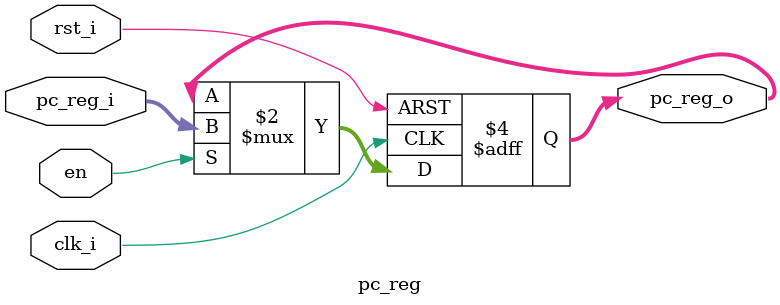
<source format=v>
`timescale 1ns/1ps

module pc_reg(
    input clk_i, rst_i,
    input [31:0] pc_reg_i,
    input en,
    output reg [31:0] pc_reg_o
);


always @(posedge clk_i, posedge rst_i) begin
    if(rst_i) begin
        pc_reg_o <= -32'd4;
    end else if(en)
        pc_reg_o <= pc_reg_i;
end



endmodule
</source>
